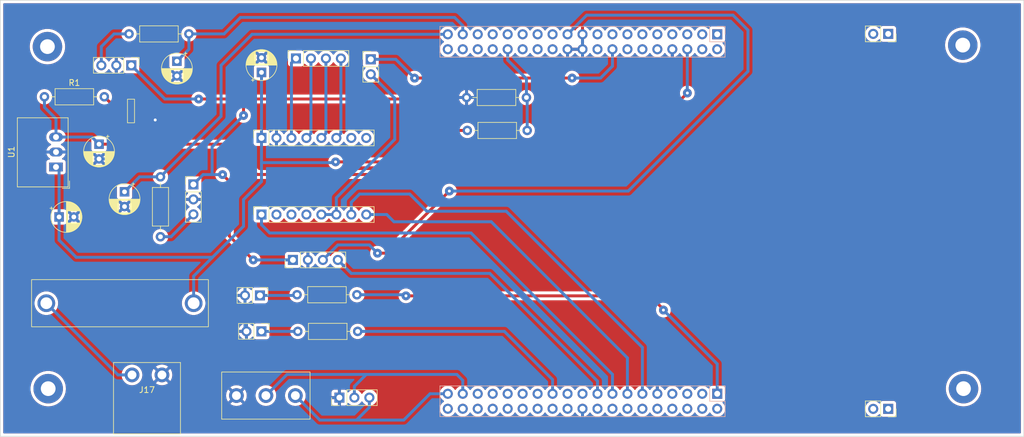
<source format=kicad_pcb>
(kicad_pcb (version 20211014) (generator pcbnew)
  (layers (0 "F.Cu" signal) (31 "B.Cu" signal) (34 "B.Paste" user) (35 "F.Paste" user) (36 "B.SilkS" user "B.Silkscreen") (37 "F.SilkS" user "F.Silkscreen") (38 "B.Mask" user) (39 "F.Mask" user) (44 "Edge.Cuts" user))
  (net 0 "")
  (net 1 "/Vbat")
  (net 2 "/Nucleo_Pinout/SWITCH_1")
  (net 3 "/Nucleo_Pinout/SWITCH_2")
  (net 9 "/E5V")
  (net 18 "/3V3")
  (net 21 "/SDA")
  (net 29 "Net-(D1-Pad2)")
  (net 36 "/Nucleo_Pinout/LED1")
  (net 45 "/STEP")
  (net 47 "/DIR")
  (net 49 "/#ENA")
  (net 51 "/SCL")
  (net 56 "/Nucleo_Pinout/LED2")
  (net 68 "/RX_IN")
  (net 70 "/TX_IN")
  (net 79 "/drv8825/#RST")
  (net 80 "/drv8825/B2")
  (net 81 "/drv8825/B1")
  (net 82 "/drv8825/A2")
  (net 83 "/drv8825/A1")
  (net 85 "Net-(J15-Pad3)")
  (net 86 "Net-(J16-Pad3)")
  (net 87 "/GND")
  (net 89 "/Vbat_in")
  (net 90 "Net-(J13-Pad1)")
  (net 91 "Net-(J14-Pad1)")
  (net 92 "/ADC_CHANNEL")
  (footprint "Resistor_THT:R_Axial_DIN0207_L6.3mm_D2.5mm_P10.16mm_Horizontal" (layer "F.Cu") (at 125.603 39.497 180)
    (fp_text reference "R5" hide)
    (fp_text value "1.5k" hide)
    (pad "1" thru_hole circle (at 0 0 180) (size 1.6 1.6) (drill 0.8) (layers *.Cu *.Mask) (net 92 "/ADC_CHANNEL"))
    (pad "2" thru_hole oval (at 10.16 0 180) (size 1.6 1.6) (drill 0.8) (layers *.Cu *.Mask) (net 87 "/GND"))
  )
  (footprint "Resistor_THT:R_Axial_DIN0207_L6.3mm_D2.5mm_P10.16mm_Horizontal" (layer "F.Cu") (at 115.57 45.085)
    (fp_text reference "R2" hide)
    (fp_text value "5.1k" hide)
    (pad "1" thru_hole circle (at 0 0) (size 1.6 1.6) (drill 0.8) (layers *.Cu *.Mask) (net 1 "/Vbat"))
    (pad "2" thru_hole oval (at 10.16 0) (size 1.6 1.6) (drill 0.8) (layers *.Cu *.Mask) (net 92 "/ADC_CHANNEL"))
  )
  (footprint "tfg_library:BAT_connector" (layer "F.Cu") (at 61.214 86.57)
    (fp_text reference "J17" (at 0 2.54 unlocked) (layer "F.SilkS"))
    (fp_text value "Conn_01x02" hide)
    (pad "1" thru_hole circle (at -2.54 0) (size 2.5 2.5) (drill 1.5) (layers *.Cu *.Mask) (net 89 "/Vbat_in"))
    (pad "2" thru_hole circle (at 2.54 0) (size 2.5 2.5) (drill 1.5) (layers *.Cu *.Mask) (net 87 "/GND"))
  )
  (footprint "Connector_PinSocket_2.54mm:PinSocket_1x08_P2.54mm_Vertical" (layer "F.Cu") (at 80.645 59.355 90)
    (fp_text reference "J8" hide)
    (fp_text value "Conn_01x08" hide)
    (pad "1" thru_hole rect (at 0 0 90) (size 1.7 1.7) (drill 1) (layers *.Cu *.Mask) (net 49 "/#ENA"))
    (pad "2" thru_hole oval (at 0 2.54 90) (size 1.7 1.7) (drill 1) (layers *.Cu *.Mask))
    (pad "3" thru_hole oval (at 0 5.08 90) (size 1.7 1.7) (drill 1) (layers *.Cu *.Mask))
    (pad "4" thru_hole oval (at 0 7.62 90) (size 1.7 1.7) (drill 1) (layers *.Cu *.Mask))
    (pad "5" thru_hole oval (at 0 10.16 90) (size 1.7 1.7) (drill 1) (layers *.Cu *.Mask) (net 79 "/drv8825/#RST"))
    (pad "6" thru_hole oval (at 0 12.7 90) (size 1.7 1.7) (drill 1) (layers *.Cu *.Mask) (net 79 "/drv8825/#RST"))
    (pad "7" thru_hole oval (at 0 15.24 90) (size 1.7 1.7) (drill 1) (layers *.Cu *.Mask) (net 45 "/STEP"))
    (pad "8" thru_hole oval (at 0 17.78 90) (size 1.7 1.7) (drill 1) (layers *.Cu *.Mask) (net 47 "/DIR"))
  )
  (footprint "Connector_PinSocket_2.54mm:PinSocket_1x04_P2.54mm_Vertical" (layer "F.Cu") (at 86.497 32.868 90)
    (fp_text reference "J10" hide)
    (fp_text value "Conn_01x04" hide)
    (pad "1" thru_hole rect (at 0 0 90) (size 1.7 1.7) (drill 1) (layers *.Cu *.Mask) (net 80 "/drv8825/B2"))
    (pad "2" thru_hole oval (at 0 2.54 90) (size 1.7 1.7) (drill 1) (layers *.Cu *.Mask) (net 81 "/drv8825/B1"))
    (pad "3" thru_hole oval (at 0 5.08 90) (size 1.7 1.7) (drill 1) (layers *.Cu *.Mask) (net 82 "/drv8825/A2"))
    (pad "4" thru_hole oval (at 0 7.62 90) (size 1.7 1.7) (drill 1) (layers *.Cu *.Mask) (net 83 "/drv8825/A1"))
  )
  (footprint "MountingHole:MountingHole_2.5mm_Pad" (layer "F.Cu") (at 44.45 88.9)
    (fp_text reference "H4" hide)
    (fp_text value "MountingHole" hide)
    (pad "2" thru_hole circle (at 0 0) (size 5 5) (drill 2.5) (layers *.Cu *.Mask))
  )
  (footprint "tfg_library:Uart_conn" (layer "F.Cu") (at 73.89 94.075)
    (fp_text reference "J19" hide)
    (fp_text value "Conn_01x03" hide)
    (pad "1" thru_hole circle (at 2.5 -4) (size 2.5 2.5) (drill 1.5) (layers *.Cu *.Mask) (net 87 "/GND"))
    (pad "2" thru_hole circle (at 7.5 -4) (size 2.5 2.5) (drill 1.5) (layers *.Cu *.Mask) (net 68 "/RX_IN"))
    (pad "3" thru_hole circle (at 12.5 -4) (size 2.5 2.5) (drill 1.5) (layers *.Cu *.Mask) (net 70 "/TX_IN"))
  )
  (footprint "Capacitor_THT:CP_Radial_D5.0mm_P2.50mm" (layer "F.Cu") (at 53.076 47.415887 -90)
    (fp_text reference "C5" hide)
    (fp_text value "10uF" hide)
    (pad "1" thru_hole rect (at 0 0 270) (size 1.6 1.6) (drill 0.8) (layers *.Cu *.Mask) (net 9 "/E5V"))
    (pad "2" thru_hole circle (at 2.5 0 270) (size 1.6 1.6) (drill 0.8) (layers *.Cu *.Mask) (net 87 "/GND"))
  )
  (footprint "Connector_PinHeader_2.54mm:PinHeader_1x02_P2.54mm_Vertical" (layer "F.Cu") (at 99.187 33.015)
    (fp_text reference "JP1" hide)
    (fp_text value "Jumper_2_Bridged" hide)
    (pad "1" thru_hole rect (at 0 0) (size 1.7 1.7) (drill 1) (layers *.Cu *.Mask) (net 18 "/3V3"))
    (pad "2" thru_hole oval (at 0 2.54) (size 1.7 1.7) (drill 1) (layers *.Cu *.Mask) (net 79 "/drv8825/#RST"))
  )
  (footprint "MountingHole:MountingHole_2.5mm_Pad" (layer "F.Cu") (at 199.771 88.9)
    (fp_text reference "H3" hide)
    (fp_text value "MountingHole" hide)
    (pad "4" thru_hole circle (at 0 0) (size 5 5) (drill 2.5) (layers *.Cu *.Mask))
  )
  (footprint "Connector_PinHeader_2.54mm:PinHeader_1x04_P2.54mm_Vertical" (layer "F.Cu") (at 85.979 67.056 90)
    (fp_text reference "J11" hide)
    (fp_text value "Conn_01x04" hide)
    (pad "1" thru_hole rect (at 0 0 90) (size 1.7 1.7) (drill 1) (layers *.Cu *.Mask) (net 18 "/3V3"))
    (pad "2" thru_hole oval (at 0 2.54 90) (size 1.7 1.7) (drill 1) (layers *.Cu *.Mask) (net 87 "/GND"))
    (pad "3" thru_hole oval (at 0 5.08 90) (size 1.7 1.7) (drill 1) (layers *.Cu *.Mask) (net 21 "/SDA"))
    (pad "4" thru_hole oval (at 0 7.62 90) (size 1.7 1.7) (drill 1) (layers *.Cu *.Mask) (net 51 "/SCL"))
  )
  (footprint "Capacitor_THT:CP_Radial_D5.0mm_P2.50mm" (layer "F.Cu") (at 80.645 35.241113 90)
    (fp_text reference "C1" hide)
    (fp_text value "100uF" hide)
    (pad "1" thru_hole rect (at 0 0 90) (size 1.6 1.6) (drill 0.8) (layers *.Cu *.Mask) (net 1 "/Vbat"))
    (pad "2" thru_hole circle (at 2.5 0 90) (size 1.6 1.6) (drill 0.8) (layers *.Cu *.Mask) (net 87 "/GND"))
  )
  (footprint "MountingHole:MountingHole_2.5mm_Pad" (layer "F.Cu") (at 44.323 30.861)
    (fp_text reference "H1" hide)
    (fp_text value "MountingHole" hide)
    (pad "1" thru_hole circle (at 0 0) (size 5 5) (drill 2.5) (layers *.Cu *.Mask))
  )
  (footprint "tfg_library:portafusible" (layer "F.Cu") (at 41.632 78.402)
    (fp_text reference "F1" hide)
    (fp_text value "Fuse" hide)
    (pad "1" thru_hole circle (at 2.5 -4) (size 3 3) (drill 2) (layers *.Cu *.Mask) (net 89 "/Vbat_in"))
    (pad "2" thru_hole circle (at 27.5 -4) (size 3 3) (drill 2) (layers *.Cu *.Mask) (net 1 "/Vbat"))
  )
  (footprint "Connector_PinHeader_2.54mm:PinHeader_1x03_P2.54mm_Vertical" (layer "F.Cu") (at 93.868 90.424 90)
    (fp_text reference "J18" hide)
    (fp_text value "Conn_01x03" hide)
    (pad "1" thru_hole rect (at 0 0 90) (size 1.7 1.7) (drill 1) (layers *.Cu *.Mask) (net 87 "/GND"))
    (pad "2" thru_hole oval (at 0 2.54 90) (size 1.7 1.7) (drill 1) (layers *.Cu *.Mask) (net 68 "/RX_IN"))
    (pad "3" thru_hole oval (at 0 5.08 90) (size 1.7 1.7) (drill 1) (layers *.Cu *.Mask) (net 70 "/TX_IN"))
  )
  (footprint "tfg_library:pwr_LED" (layer "F.Cu") (at 59.1009 43.7849 90)
    (fp_text reference "D1" hide)
    (fp_text value "LED" hide)
    (pad "1" smd rect (at 0.5 -0.6 90) (size 1 1.2) (layers "F.Cu" "F.Paste" "F.Mask") (net 87 "/GND"))
    (pad "2" smd rect (at 3.5 -0.6 90) (size 1 1.2) (layers "F.Cu" "F.Paste" "F.Mask") (net 29 "Net-(D1-Pad2)"))
  )
  (footprint "Connector_PinHeader_2.54mm:PinHeader_1x03_P2.54mm_Vertical" (layer "F.Cu") (at 69.088 54.244)
    (fp_text reference "J16" hide)
    (fp_text value "Conn_01x03" hide)
    (pad "1" thru_hole rect (at 0 0) (size 1.7 1.7) (drill 1) (layers *.Cu *.Mask) (net 18 "/3V3"))
    (pad "2" thru_hole oval (at 0 2.54) (size 1.7 1.7) (drill 1) (layers *.Cu *.Mask) (net 87 "/GND"))
    (pad "3" thru_hole oval (at 0 5.08) (size 1.7 1.7) (drill 1) (layers *.Cu *.Mask) (net 86 "Net-(J16-Pad3)"))
  )
  (footprint "Resistor_THT:R_Axial_DIN0207_L6.3mm_D2.5mm_P10.16mm_Horizontal" (layer "F.Cu") (at 43.815 39.37)
    (fp_text reference "R1" (at 5.08 -2.37) (layer "F.SilkS"))
    (fp_text value "220")
    (pad "1" thru_hole circle (at 0 0) (size 1.6 1.6) (drill 0.8) (layers *.Cu *.Mask) (net 9 "/E5V"))
    (pad "2" thru_hole oval (at 10.16 0) (size 1.6 1.6) (drill 0.8) (layers *.Cu *.Mask) (net 29 "Net-(D1-Pad2)"))
  )
  (footprint "Capacitor_THT:CP_Radial_D5.0mm_P2.50mm" (layer "F.Cu") (at 66.294 33.338888 -90)
    (fp_text reference "C2" hide)
    (fp_text value "1uF" hide)
    (pad "1" thru_hole rect (at 0 0 270) (size 1.6 1.6) (drill 0.8) (layers *.Cu *.Mask) (net 2 "/Nucleo_Pinout/SWITCH_1"))
    (pad "2" thru_hole circle (at 2.5 0 270) (size 1.6 1.6) (drill 0.8) (layers *.Cu *.Mask) (net 87 "/GND"))
  )
  (footprint "Resistor_THT:R_Axial_DIN0207_L6.3mm_D2.5mm_P10.16mm_Horizontal" (layer "F.Cu") (at 63.5 63.119 90)
    (fp_text reference "R9" hide)
    (fp_text value "220" hide)
    (pad "1" thru_hole circle (at 0 0 90) (size 1.6 1.6) (drill 0.8) (layers *.Cu *.Mask) (net 86 "Net-(J16-Pad3)"))
    (pad "2" thru_hole oval (at 10.16 0 90) (size 1.6 1.6) (drill 0.8) (layers *.Cu *.Mask) (net 3 "/Nucleo_Pinout/SWITCH_2"))
  )
  (footprint "Connector_PinSocket_2.54mm:PinSocket_1x08_P2.54mm_Vertical" (layer "F.Cu") (at 80.645 46.355 90)
    (fp_text reference "J9" hide)
    (fp_text value "Conn_01x08" hide)
    (pad "1" thru_hole rect (at 0 0 90) (size 1.7 1.7) (drill 1) (layers *.Cu *.Mask) (net 1 "/Vbat"))
    (pad "2" thru_hole oval (at 0 2.54 90) (size 1.7 1.7) (drill 1) (layers *.Cu *.Mask) (net 87 "/GND"))
    (pad "3" thru_hole oval (at 0 5.08 90) (size 1.7 1.7) (drill 1) (layers *.Cu *.Mask) (net 80 "/drv8825/B2"))
    (pad "4" thru_hole oval (at 0 7.62 90) (size 1.7 1.7) (drill 1) (layers *.Cu *.Mask) (net 81 "/drv8825/B1"))
    (pad "5" thru_hole oval (at 0 10.16 90) (size 1.7 1.7) (drill 1) (layers *.Cu *.Mask) (net 82 "/drv8825/A2"))
    (pad "6" thru_hole oval (at 0 12.7 90) (size 1.7 1.7) (drill 1) (layers *.Cu *.Mask) (net 83 "/drv8825/A1"))
    (pad "7" thru_hole oval (at 0 15.24 90) (size 1.7 1.7) (drill 1) (layers *.Cu *.Mask))
    (pad "8" thru_hole oval (at 0 17.78 90) (size 1.7 1.7) (drill 1) (layers *.Cu *.Mask))
  )
  (footprint "Connector_PinSocket_2.54mm:PinSocket_1x02_P2.54mm_Vertical" (layer "F.Cu") (at 186.988 28.702 -90)
    (fp_text reference "J4" hide)
    (fp_text value "Conn_01x02" hide)
    (pad "1" thru_hole rect (at 0 0 270) (size 1.7 1.7) (drill 1) (layers *.Cu *.Mask))
    (pad "2" thru_hole oval (at 0 2.54 270) (size 1.7 1.7) (drill 1) (layers *.Cu *.Mask))
  )
  (footprint "MountingHole:MountingHole_2.5mm_Pad" (layer "F.Cu") (at 199.644 30.607)
    (fp_text reference "H2" hide)
    (fp_text value "MountingHole" hide)
    (pad "3" thru_hole circle (at 0 0) (size 5 5) (drill 2.5) (layers *.Cu *.Mask))
  )
  (footprint "Resistor_THT:R_Axial_DIN0207_L6.3mm_D2.5mm_P10.16mm_Horizontal" (layer "F.Cu") (at 96.8375 72.9615 180)
    (fp_text reference "R3" hide)
    (fp_text value "220" hide)
    (pad "1" thru_hole circle (at 0 0 180) (size 1.6 1.6) (drill 0.8) (layers *.Cu *.Mask) (net 36 "/Nucleo_Pinout/LED1"))
    (pad "2" thru_hole oval (at 10.16 0 180) (size 1.6 1.6) (drill 0.8) (layers *.Cu *.Mask) (net 90 "Net-(J13-Pad1)"))
  )
  (footprint "Converter_DCDC:Converter_DCDC_RECOM_R-78E-0.5_THT" (layer "F.Cu") (at 45.774 51.288 90)
    (fp_text reference "U1" (at 2.54 -7.56 90) (layer "F.SilkS"))
    (fp_text value "R-78E5.0-0.5" hide)
    (pad "1" thru_hole rect (at 0 0 90) (size 1.5 2.3) (drill 1) (layers *.Cu *.Mask) (net 1 "/Vbat"))
    (pad "2" thru_hole oval (at 2.54 0 90) (size 1.5 2.3) (drill 1) (layers *.Cu *.Mask) (net 87 "/GND"))
    (pad "3" thru_hole oval (at 5.08 0 90) (size 1.5 2.3) (drill 1) (layers *.Cu *.Mask) (net 9 "/E5V"))
  )
  (footprint "Connector_PinSocket_2.54mm:PinSocket_1x02_P2.54mm_Vertical" (layer "F.Cu") (at 186.988 92.329 -90)
    (fp_text reference "J3" hide)
    (fp_text value "Conn_01x02" hide)
    (pad "1" thru_hole rect (at 0 0 270) (size 1.7 1.7) (drill 1) (layers *.Cu *.Mask))
    (pad "2" thru_hole oval (at 0 2.54 270) (size 1.7 1.7) (drill 1) (layers *.Cu *.Mask))
  )
  (footprint "Capacitor_THT:CP_Radial_D5.0mm_P2.50mm" (layer "F.Cu") (at 57.404 55.499 -90)
    (fp_text reference "C3" hide)
    (fp_text value "1uF" hide)
    (pad "1" thru_hole rect (at 0 0 270) (size 1.6 1.6) (drill 0.8) (layers *.Cu *.Mask) (net 3 "/Nucleo_Pinout/SWITCH_2"))
    (pad "2" thru_hole circle (at 2.5 0 270) (size 1.6 1.6) (drill 0.8) (layers *.Cu *.Mask) (net 87 "/GND"))
  )
  (footprint "Capacitor_THT:CP_Radial_D5.0mm_P2.50mm" (layer "F.Cu") (at 46.298388 59.763)
    (fp_text reference "C4" hide)
    (fp_text value "10uF" hide)
    (pad "1" thru_hole rect (at 0 0) (size 1.6 1.6) (drill 0.8) (layers *.Cu *.Mask) (net 1 "/Vbat"))
    (pad "2" thru_hole circle (at 2.5 0) (size 1.6 1.6) (drill 0.8) (layers *.Cu *.Mask) (net 87 "/GND"))
  )
  (footprint "Resistor_THT:R_Axial_DIN0207_L6.3mm_D2.5mm_P10.16mm_Horizontal" (layer "F.Cu") (at 96.9645 79.1845 180)
    (fp_text reference "R4" hide)
    (fp_text value "220" hide)
    (pad "1" thru_hole circle (at 0 0 180) (size 1.6 1.6) (drill 0.8) (layers *.Cu *.Mask) (net 56 "/Nucleo_Pinout/LED2"))
    (pad "2" thru_hole oval (at 10.16 0 180) (size 1.6 1.6) (drill 0.8) (layers *.Cu *.Mask) (net 91 "Net-(J14-Pad1)"))
  )
  (footprint "Resistor_THT:R_Axial_DIN0207_L6.3mm_D2.5mm_P10.16mm_Horizontal" (layer "F.Cu") (at 58.166 28.702)
    (fp_text reference "R8" hide)
    (fp_text value "220" hide)
    (pad "1" thru_hole circle (at 0 0) (size 1.6 1.6) (drill 0.8) (layers *.Cu *.Mask) (net 85 "Net-(J15-Pad3)"))
    (pad "2" thru_hole oval (at 10.16 0) (size 1.6 1.6) (drill 0.8) (layers *.Cu *.Mask) (net 2 "/Nucleo_Pinout/SWITCH_1"))
  )
  (footprint "Connector_PinHeader_2.54mm:PinHeader_1x03_P2.54mm_Vertical" (layer "F.Cu") (at 58.547 34.036 -90)
    (fp_text reference "J15" hide)
    (fp_text value "Conn_01x03" hide)
    (pad "1" thru_hole rect (at 0 0 270) (size 1.7 1.7) (drill 1) (layers *.Cu *.Mask) (net 18 "/3V3"))
    (pad "2" thru_hole oval (at 0 2.54 270) (size 1.7 1.7) (drill 1) (layers *.Cu *.Mask) (net 87 "/GND"))
    (pad "3" thru_hole oval (at 0 5.08 270) (size 1.7 1.7) (drill 1) (layers *.Cu *.Mask) (net 85 "Net-(J15-Pad3)"))
  )
  (footprint "Connector_PinHeader_2.54mm:PinHeader_1x02_P2.54mm_Vertical" (layer "F.Cu") (at 80.6335 79.1763 -90)
    (fp_text reference "J14" hide)
    (fp_text value "Conn_01x02" hide)
    (pad "1" thru_hole rect (at 0 0 270) (size 1.7 1.7) (drill 1) (layers *.Cu *.Mask) (net 91 "Net-(J14-Pad1)"))
    (pad "2" thru_hole oval (at 0 2.54 270) (size 1.7 1.7) (drill 1) (layers *.Cu *.Mask) (net 87 "/GND"))
  )
  (footprint "Connector_PinHeader_2.54mm:PinHeader_1x02_P2.54mm_Vertical" (layer "F.Cu") (at 80.3845 73.0803 -90)
    (fp_text reference "J13" hide)
    (fp_text value "Conn_01x02" hide)
    (pad "1" thru_hole rect (at 0 0 270) (size 1.7 1.7) (drill 1) (layers *.Cu *.Mask) (net 90 "Net-(J13-Pad1)"))
    (pad "2" thru_hole oval (at 0 2.54 270) (size 1.7 1.7) (drill 1) (layers *.Cu *.Mask) (net 87 "/GND"))
  )
  (footprint "Connector_PinSocket_2.54mm:PinSocket_2x19_P2.54mm_Vertical" (layer "B.Cu") (at 157.978 89.769 90)
    (fp_text reference "J2" hide)
    (fp_text value "Conn_02x19_Odd_Even" hide)
    (pad "1" thru_hole rect (at 0 0 90) (size 1.7 1.7) (drill 1) (layers *.Cu *.Mask) (net 36 "/Nucleo_Pinout/LED1"))
    (pad "2" thru_hole oval (at -2.54 0 90) (size 1.7 1.7) (drill 1) (layers *.Cu *.Mask))
    (pad "3" thru_hole oval (at 0 -2.54 90) (size 1.7 1.7) (drill 1) (layers *.Cu *.Mask))
    (pad "4" thru_hole oval (at -2.54 -2.54 90) (size 1.7 1.7) (drill 1) (layers *.Cu *.Mask))
    (pad "5" thru_hole oval (at 0 -5.08 90) (size 1.7 1.7) (drill 1) (layers *.Cu *.Mask))
    (pad "6" thru_hole oval (at -2.54 -5.08 90) (size 1.7 1.7) (drill 1) (layers *.Cu *.Mask))
    (pad "7" thru_hole oval (at 0 -7.62 90) (size 1.7 1.7) (drill 1) (layers *.Cu *.Mask))
    (pad "8" thru_hole oval (at -2.54 -7.62 90) (size 1.7 1.7) (drill 1) (layers *.Cu *.Mask))
    (pad "9" thru_hole oval (at 0 -10.16 90) (size 1.7 1.7) (drill 1) (layers *.Cu *.Mask) (net 87 "/GND"))
    (pad "10" thru_hole oval (at -2.54 -10.16 90) (size 1.7 1.7) (drill 1) (layers *.Cu *.Mask))
    (pad "11" thru_hole oval (at 0 -12.7 90) (size 1.7 1.7) (drill 1) (layers *.Cu *.Mask) (net 45 "/STEP"))
    (pad "12" thru_hole oval (at -2.54 -12.7 90) (size 1.7 1.7) (drill 1) (layers *.Cu *.Mask))
    (pad "13" thru_hole oval (at 0 -15.24 90) (size 1.7 1.7) (drill 1) (layers *.Cu *.Mask) (net 47 "/DIR"))
    (pad "14" thru_hole oval (at -2.54 -15.24 90) (size 1.7 1.7) (drill 1) (layers *.Cu *.Mask))
    (pad "15" thru_hole oval (at 0 -17.78 90) (size 1.7 1.7) (drill 1) (layers *.Cu *.Mask) (net 49 "/#ENA"))
    (pad "16" thru_hole oval (at -2.54 -17.78 90) (size 1.7 1.7) (drill 1) (layers *.Cu *.Mask))
    (pad "17" thru_hole oval (at 0 -20.32 90) (size 1.7 1.7) (drill 1) (layers *.Cu *.Mask) (net 51 "/SCL"))
    (pad "18" thru_hole oval (at -2.54 -20.32 90) (size 1.7 1.7) (drill 1) (layers *.Cu *.Mask))
    (pad "19" thru_hole oval (at 0 -22.86 90) (size 1.7 1.7) (drill 1) (layers *.Cu *.Mask))
    (pad "20" thru_hole oval (at -2.54 -22.86 90) (size 1.7 1.7) (drill 1) (layers *.Cu *.Mask) (net 87 "/GND"))
    (pad "21" thru_hole oval (at 0 -25.4 90) (size 1.7 1.7) (drill 1) (layers *.Cu *.Mask))
    (pad "22" thru_hole oval (at -2.54 -25.4 90) (size 1.7 1.7) (drill 1) (layers *.Cu *.Mask))
    (pad "23" thru_hole oval (at 0 -27.94 90) (size 1.7 1.7) (drill 1) (layers *.Cu *.Mask) (net 56 "/Nucleo_Pinout/LED2"))
    (pad "24" thru_hole oval (at -2.54 -27.94 90) (size 1.7 1.7) (drill 1) (layers *.Cu *.Mask))
    (pad "25" thru_hole oval (at 0 -30.48 90) (size 1.7 1.7) (drill 1) (layers *.Cu *.Mask))
    (pad "26" thru_hole oval (at -2.54 -30.48 90) (size 1.7 1.7) (drill 1) (layers *.Cu *.Mask))
    (pad "27" thru_hole oval (at 0 -33.02 90) (size 1.7 1.7) (drill 1) (layers *.Cu *.Mask))
    (pad "28" thru_hole oval (at -2.54 -33.02 90) (size 1.7 1.7) (drill 1) (layers *.Cu *.Mask))
    (pad "29" thru_hole oval (at 0 -35.56 90) (size 1.7 1.7) (drill 1) (layers *.Cu *.Mask))
    (pad "30" thru_hole oval (at -2.54 -35.56 90) (size 1.7 1.7) (drill 1) (layers *.Cu *.Mask))
    (pad "31" thru_hole oval (at 0 -38.1 90) (size 1.7 1.7) (drill 1) (layers *.Cu *.Mask))
    (pad "32" thru_hole oval (at -2.54 -38.1 90) (size 1.7 1.7) (drill 1) (layers *.Cu *.Mask))
    (pad "33" thru_hole oval (at 0 -40.64 90) (size 1.7 1.7) (drill 1) (layers *.Cu *.Mask))
    (pad "34" thru_hole oval (at -2.54 -40.64 90) (size 1.7 1.7) (drill 1) (layers *.Cu *.Mask))
    (pad "35" thru_hole oval (at 0 -43.18 90) (size 1.7 1.7) (drill 1) (layers *.Cu *.Mask) (net 68 "/RX_IN"))
    (pad "36" thru_hole oval (at -2.54 -43.18 90) (size 1.7 1.7) (drill 1) (layers *.Cu *.Mask))
    (pad "37" thru_hole oval (at 0 -45.72 90) (size 1.7 1.7) (drill 1) (layers *.Cu *.Mask) (net 70 "/TX_IN"))
    (pad "38" thru_hole oval (at -2.54 -45.72 90) (size 1.7 1.7) (drill 1) (layers *.Cu *.Mask))
  )
  (footprint "Connector_PinSocket_2.54mm:PinSocket_2x19_P2.54mm_Vertical" (layer "B.Cu") (at 157.978 28.769 90)
    (fp_text reference "J1" hide)
    (fp_text value "Conn_02x19_Odd_Even" hide)
    (pad "1" thru_hole rect (at 0 0 90) (size 1.7 1.7) (drill 1) (layers *.Cu *.Mask))
    (pad "2" thru_hole oval (at -2.54 0 90) (size 1.7 1.7) (drill 1) (layers *.Cu *.Mask))
    (pad "3" thru_hole oval (at 0 -2.54 90) (size 1.7 1.7) (drill 1) (layers *.Cu *.Mask))
    (pad "4" thru_hole oval (at -2.54 -2.54 90) (size 1.7 1.7) (drill 1) (layers *.Cu *.Mask))
    (pad "5" thru_hole oval (at 0 -5.08 90) (size 1.7 1.7) (drill 1) (layers *.Cu *.Mask))
    (pad "6" thru_hole oval (at -2.54 -5.08 90) (size 1.7 1.7) (drill 1) (layers *.Cu *.Mask) (net 9 "/E5V"))
    (pad "7" thru_hole oval (at 0 -7.62 90) (size 1.7 1.7) (drill 1) (layers *.Cu *.Mask))
    (pad "8" thru_hole oval (at -2.54 -7.62 90) (size 1.7 1.7) (drill 1) (layers *.Cu *.Mask) (net 87 "/GND"))
    (pad "9" thru_hole oval (at 0 -10.16 90) (size 1.7 1.7) (drill 1) (layers *.Cu *.Mask))
    (pad "10" thru_hole oval (at -2.54 -10.16 90) (size 1.7 1.7) (drill 1) (layers *.Cu *.Mask))
    (pad "11" thru_hole oval (at 0 -12.7 90) (size 1.7 1.7) (drill 1) (layers *.Cu *.Mask))
    (pad "12" thru_hole oval (at -2.54 -12.7 90) (size 1.7 1.7) (drill 1) (layers *.Cu *.Mask))
    (pad "13" thru_hole oval (at 0 -15.24 90) (size 1.7 1.7) (drill 1) (layers *.Cu *.Mask))
    (pad "14" thru_hole oval (at -2.54 -15.24 90) (size 1.7 1.7) (drill 1) (layers *.Cu *.Mask))
    (pad "15" thru_hole oval (at 0 -17.78 90) (size 1.7 1.7) (drill 1) (layers *.Cu *.Mask))
    (pad "16" thru_hole oval (at -2.54 -17.78 90) (size 1.7 1.7) (drill 1) (layers *.Cu *.Mask) (net 18 "/3V3"))
    (pad "17" thru_hole oval (at 0 -20.32 90) (size 1.7 1.7) (drill 1) (layers *.Cu *.Mask))
    (pad "18" thru_hole oval (at -2.54 -20.32 90) (size 1.7 1.7) (drill 1) (layers *.Cu *.Mask))
    (pad "19" thru_hole oval (at 0 -22.86 90) (size 1.7 1.7) (drill 1) (layers *.Cu *.Mask) (net 87 "/GND"))
    (pad "20" thru_hole oval (at -2.54 -22.86 90) (size 1.7 1.7) (drill 1) (layers *.Cu *.Mask) (net 87 "/GND"))
    (pad "21" thru_hole oval (at 0 -25.4 90) (size 1.7 1.7) (drill 1) (layers *.Cu *.Mask) (net 21 "/SDA"))
    (pad "22" thru_hole oval (at -2.54 -25.4 90) (size 1.7 1.7) (drill 1) (layers *.Cu *.Mask) (net 87 "/GND"))
    (pad "23" thru_hole oval (at 0 -27.94 90) (size 1.7 1.7) (drill 1) (layers *.Cu *.Mask))
    (pad "24" thru_hole oval (at -2.54 -27.94 90) (size 1.7 1.7) (drill 1) (layers *.Cu *.Mask))
    (pad "25" thru_hole oval (at 0 -30.48 90) (size 1.7 1.7) (drill 1) (layers *.Cu *.Mask))
    (pad "26" thru_hole oval (at -2.54 -30.48 90) (size 1.7 1.7) (drill 1) (layers *.Cu *.Mask))
    (pad "27" thru_hole oval (at 0 -33.02 90) (size 1.7 1.7) (drill 1) (layers *.Cu *.Mask))
    (pad "28" thru_hole oval (at -2.54 -33.02 90) (size 1.7 1.7) (drill 1) (layers *.Cu *.Mask))
    (pad "29" thru_hole oval (at 0 -35.56 90) (size 1.7 1.7) (drill 1) (layers *.Cu *.Mask))
    (pad "30" thru_hole oval (at -2.54 -35.56 90) (size 1.7 1.7) (drill 1) (layers *.Cu *.Mask) (net 92 "/ADC_CHANNEL"))
    (pad "31" thru_hole oval (at 0 -38.1 90) (size 1.7 1.7) (drill 1) (layers *.Cu *.Mask))
    (pad "32" thru_hole oval (at -2.54 -38.1 90) (size 1.7 1.7) (drill 1) (layers *.Cu *.Mask))
    (pad "33" thru_hole oval (at 0 -40.64 90) (size 1.7 1.7) (drill 1) (layers *.Cu *.Mask))
    (pad "34" thru_hole oval (at -2.54 -40.64 90) (size 1.7 1.7) (drill 1) (layers *.Cu *.Mask))
    (pad "35" thru_hole oval (at 0 -43.18 90) (size 1.7 1.7) (drill 1) (layers *.Cu *.Mask) (net 2 "/Nucleo_Pinout/SWITCH_1"))
    (pad "36" thru_hole oval (at -2.54 -43.18 90) (size 1.7 1.7) (drill 1) (layers *.Cu *.Mask))
    (pad "37" thru_hole oval (at 0 -45.72 90) (size 1.7 1.7) (drill 1) (layers *.Cu *.Mask) (net 3 "/Nucleo_Pinout/SWITCH_2"))
    (pad "38" thru_hole oval (at -2.54 -45.72 90) (size 1.7 1.7) (drill 1) (layers *.Cu *.Mask))
  )
  (gr_line (start 36.322 97) (end 36.322 23) (layer "Edge.Cuts") (width 0.1))
  (gr_line (start 210 97) (end 36.322 97) (layer "Edge.Cuts") (width 0.1))
  (gr_line (start 36.322 23) (end 210 23) (layer "Edge.Cuts") (width 0.1))
  (gr_line (start 210 23) (end 210 97) (layer "Edge.Cuts") (width 0.1))
  (segment (start 104.775 50.419) (end 110.109 45.085) (width 0.5) (layer "F.Cu") (net 1))
  (segment (start 93.218 50.419) (end 104.775 50.419) (width 0.5) (layer "F.Cu") (net 1))
  (segment (start 110.109 45.085) (end 115.57 45.085) (width 0.5) (layer "F.Cu") (net 1))
  (via (at 93.218 50.419) (size 1.5) (drill 0.5) (layers "F.Cu" "B.Cu") (net 1))
  (segment (start 69.132 69.806) (end 72.263 66.675) (width 0.5) (layer "B.Cu") (net 1))
  (segment (start 72.263 66.675) (end 77.597 61.341) (width 0.5) (layer "B.Cu") (net 1))
  (segment (start 46.298388 51.812388) (end 45.774 51.288) (width 0.5) (layer "B.Cu") (net 1))
  (segment (start 69.132 74.402) (end 69.132 69.806) (width 0.5) (layer "B.Cu") (net 1))
  (segment (start 46.298388 59.763) (end 46.298388 51.812388) (width 0.5) (layer "B.Cu") (net 1))
  (segment (start 80.645 50.546) (end 80.645 46.355) (width 0.5) (layer "B.Cu") (net 1))
  (segment (start 77.597 56.815) (end 80.645 53.767) (width 0.5) (layer "B.Cu") (net 1))
  (segment (start 80.645 53.767) (end 80.645 50.546) (width 0.5) (layer "B.Cu") (net 1))
  (segment (start 80.645 35.241113) (end 80.645 46.355) (width 0.5) (layer "B.Cu") (net 1))
  (segment (start 72.1995 66.6115) (end 72.263 66.675) (width 0.5) (layer "B.Cu") (net 1))
  (segment (start 49.2125 66.6115) (end 72.1995 66.6115) (width 0.5) (layer "B.Cu") (net 1))
  (segment (start 46.298388 59.763) (end 46.298388 63.697388) (width 0.5) (layer "B.Cu") (net 1))
  (segment (start 46.298388 63.697388) (end 49.2125 66.6115) (width 0.5) (layer "B.Cu") (net 1))
  (segment (start 80.645 50.546) (end 93.345 50.546) (width 0.5) (layer "B.Cu") (net 1))
  (segment (start 77.597 61.341) (end 77.597 56.815) (width 0.5) (layer "B.Cu") (net 1))
  (segment (start 68.326 28.702) (end 68.326 31.306888) (width 0.5) (layer "B.Cu") (net 2))
  (segment (start 114.798 27.295) (end 114.798 28.769) (width 0.5) (layer "B.Cu") (net 2))
  (segment (start 68.326 28.702) (end 74.295 28.702) (width 0.5) (layer "B.Cu") (net 2))
  (segment (start 68.326 31.306888) (end 66.294 33.338888) (width 0.5) (layer "B.Cu") (net 2))
  (segment (start 74.295 28.702) (end 77.089 25.908) (width 0.5) (layer "B.Cu") (net 2))
  (segment (start 113.411 25.908) (end 114.798 27.295) (width 0.5) (layer "B.Cu") (net 2))
  (segment (start 77.089 25.908) (end 113.411 25.908) (width 0.5) (layer "B.Cu") (net 2))
  (segment (start 73.787 34.036) (end 73.787 42.672) (width 0.5) (layer "B.Cu") (net 3))
  (segment (start 73.787 42.672) (end 63.5 52.959) (width 0.5) (layer "B.Cu") (net 3))
  (segment (start 112.258 28.769) (end 79.054 28.769) (width 0.5) (layer "B.Cu") (net 3))
  (segment (start 63.5 52.959) (end 59.944 52.959) (width 0.5) (layer "B.Cu") (net 3))
  (segment (start 79.054 28.769) (end 73.787 34.036) (width 0.5) (layer "B.Cu") (net 3))
  (segment (start 59.944 52.959) (end 57.404 55.499) (width 0.5) (layer "B.Cu") (net 3))
  (segment (start 139.085 52.558) (end 152.908 38.735) (width 0.5) (layer "F.Cu") (net 9))
  (segment (start 79.873 52.558) (end 139.085 52.558) (width 0.5) (layer "F.Cu") (net 9))
  (segment (start 74.730887 47.415887) (end 53.076 47.415887) (width 0.5) (layer "F.Cu") (net 9))
  (segment (start 79.873 52.558) (end 74.730887 47.415887) (width 0.5) (layer "F.Cu") (net 9))
  (via (at 152.908 38.735) (size 1.5) (drill 0.5) (layers "F.Cu" "B.Cu") (net 9))
  (segment (start 51.979057 46.318943) (end 53.076 47.415887) (width 0.5) (layer "B.Cu") (net 9))
  (segment (start 51.868113 46.208) (end 51.979057 46.318943) (width 0.5) (layer "B.Cu") (net 9))
  (segment (start 45.774 46.208) (end 51.868114 46.208) (width 0.5) (layer "B.Cu") (net 9))
  (segment (start 152.898 38.725) (end 152.908 38.735) (width 0.5) (layer "B.Cu") (net 9))
  (segment (start 45.774 46.208) (end 45.774 43.107) (width 0.5) (layer "B.Cu") (net 9))
  (segment (start 43.815 41.148) (end 43.815 39.37) (width 0.5) (layer "B.Cu") (net 9))
  (segment (start 45.774 43.107) (end 43.815 41.148) (width 0.5) (layer "B.Cu") (net 9))
  (segment (start 51.868114 46.208) (end 51.979057 46.318943) (width 0.5) (layer "B.Cu") (net 9))
  (segment (start 152.898 31.309) (end 152.898 38.725) (width 0.5) (layer "B.Cu") (net 9))
  (segment (start 75.184 53.721) (end 75.184 62.992) (width 0.5) (layer "F.Cu") (net 18))
  (segment (start 106.6318 36.195) (end 106.62 36.2068) (width 0.5) (layer "F.Cu") (net 18))
  (segment (start 110.871 36.195) (end 106.6318 36.195) (width 0.5) (layer "F.Cu") (net 18))
  (segment (start 75.184 62.992) (end 79.248 67.056) (width 0.5) (layer "F.Cu") (net 18))
  (segment (start 77.597 42.545) (end 77.597 39.751) (width 0.5) (layer "F.Cu") (net 18))
  (segment (start 69.977 39.751) (end 77.597 39.751) (width 0.5) (layer "F.Cu") (net 18))
  (segment (start 111.252 36.195) (end 110.871 36.195) (width 0.5) (layer "F.Cu") (net 18))
  (segment (start 77.597 39.751) (end 107.696 39.751) (width 0.5) (layer "F.Cu") (net 18))
  (segment (start 74.041 52.578) (end 75.184 53.721) (width 0.5) (layer "F.Cu") (net 18))
  (segment (start 107.696 39.751) (end 111.252 36.195) (width 0.5) (layer "F.Cu") (net 18))
  (segment (start 133.35 36.195) (end 111.252 36.195) (width 0.5) (layer "F.Cu") (net 18))
  (via (at 69.977 39.751) (size 1.5) (drill 0.5) (layers "F.Cu" "B.Cu") (net 18))
  (via (at 79.248 67.056) (size 1.5) (drill 0.5) (layers "F.Cu" "B.Cu") (net 18))
  (via (at 77.597 42.545) (size 1.5) (drill 0.5) (layers "F.Cu" "B.Cu") (net 18))
  (via (at 106.62 36.2068) (size 1.5) (drill 0.5) (layers "F.Cu" "B.Cu") (net 18))
  (via (at 74.041 52.578) (size 1.5) (drill 0.5) (layers "F.Cu" "B.Cu") (net 18))
  (via (at 133.35 36.195) (size 1.5) (drill 0.5) (layers "F.Cu" "B.Cu") (net 18))
  (segment (start 72.263 47.879) (end 77.216 42.926) (width 0.5) (layer "B.Cu") (net 18))
  (segment (start 72.263 52.578) (end 72.263 47.879) (width 0.5) (layer "B.Cu") (net 18))
  (segment (start 74.041 52.578) (end 72.263 52.578) (width 0.5) (layer "B.Cu") (net 18))
  (segment (start 140.198 31.309) (end 140.198 34.173) (width 0.5) (layer "B.Cu") (net 18))
  (segment (start 140.198 34.173) (end 138.176 36.195) (width 0.5) (layer "B.Cu") (net 18))
  (segment (start 138.176 36.195) (end 133.35 36.195) (width 0.5) (layer "B.Cu") (net 18))
  (segment (start 72.263 52.578) (end 70.739 52.578) (width 0.5) (layer "B.Cu") (net 18))
  (segment (start 70.739 52.578) (end 69.088 54.229) (width 0.5) (layer "B.Cu") (net 18))
  (segment (start 69.977 39.751) (end 64.262 39.751) (width 0.5) (layer "B.Cu") (net 18))
  (segment (start 99.187 33.015) (end 103.4282 33.015) (width 0.5) (layer "B.Cu") (net 18))
  (segment (start 64.262 39.751) (end 58.547 34.036) (width 0.5) (layer "B.Cu") (net 18))
  (segment (start 103.4282 33.015) (end 107.001 36.5878) (width 0.5) (layer "B.Cu") (net 18))
  (segment (start 69.088 54.229) (end 69.088 54.244) (width 0.5) (layer "B.Cu") (net 18))
  (segment (start 79.248 67.056) (end 85.979 67.056) (width 0.5) (layer "B.Cu") (net 18))
  (segment (start 101.981 65.913) (end 112.522 55.372) (width 0.5) (layer "F.Cu") (net 21))
  (segment (start 100.33 65.913) (end 101.981 65.913) (width 0.5) (layer "F.Cu") (net 21))
  (via (at 112.522 55.372) (size 1.5) (drill 0.5) (layers "F.Cu" "B.Cu") (net 21))
  (via (at 100.33 65.913) (size 1.5) (drill 0.5) (layers "F.Cu" "B.Cu") (net 21))
  (segment (start 98.933 64.516) (end 93.599 64.516) (width 0.5) (layer "B.Cu") (net 21))
  (segment (start 160.655 25.527) (end 135.82 25.527) (width 0.5) (layer "B.Cu") (net 21))
  (segment (start 163.195 28.067) (end 160.655 25.527) (width 0.5) (layer "B.Cu") (net 21))
  (segment (start 142.875 55.372) (end 163.195 35.052) (width 0.5) (layer "B.Cu") (net 21))
  (segment (start 93.599 64.516) (end 91.059 67.056) (width 0.5) (layer "B.Cu") (net 21))
  (segment (start 163.195 35.052) (end 163.195 28.067) (width 0.5) (layer "B.Cu") (net 21))
  (segment (start 135.82 25.527) (end 132.578 28.769) (width 0.5) (layer "B.Cu") (net 21))
  (segment (start 112.522 55.372) (end 142.875 55.372) (width 0.5) (layer "B.Cu") (net 21))
  (segment (start 100.33 65.913) (end 98.933 64.516) (width 0.5) (layer "B.Cu") (net 21))
  (segment (start 58.5009 40.2849) (end 54.8899 40.2849) (width 0.5) (layer "F.Cu") (net 29))
  (segment (start 54.8899 40.2849) (end 53.975 39.37) (width 0.5) (layer "F.Cu") (net 29))
  (segment (start 146.558 73.152) (end 149.225 75.819) (width 0.5) (layer "F.Cu") (net 36))
  (segment (start 105.156 73.152) (end 146.558 73.152) (width 0.5) (layer "F.Cu") (net 36))
  (via (at 148.844 75.565) (size 1.5) (drill 0.5) (layers "F.Cu" "B.Cu") (net 36))
  (via (at 105.156 73.152) (size 1.5) (drill 0.5) (layers "F.Cu" "B.Cu") (net 36))
  (segment (start 157.978 84.699) (end 148.844 75.565) (width 0.5) (layer "B.Cu") (net 36))
  (segment (start 157.978 89.769) (end 157.978 84.699) (width 0.5) (layer "B.Cu") (net 36))
  (segment (start 96.8375 72.9615) (end 104.9655 72.9615) (width 0.5) (layer "B.Cu") (net 36))
  (segment (start 104.9655 72.9615) (end 105.029 73.025) (width 0.5) (layer "B.Cu") (net 36))
  (segment (start 108.712 58.801) (end 122.174 58.801) (width 0.5) (layer "B.Cu") (net 45))
  (segment (start 95.885 59.355) (end 95.885 57.277) (width 0.5) (layer "B.Cu") (net 45))
  (segment (start 95.885 57.277) (end 97.282 55.88) (width 0.5) (layer "B.Cu") (net 45))
  (segment (start 97.282 55.88) (end 105.791 55.88) (width 0.5) (layer "B.Cu") (net 45))
  (segment (start 105.791 55.88) (end 108.712 58.801) (width 0.5) (layer "B.Cu") (net 45))
  (segment (start 145.278 81.905) (end 145.278 89.769) (width 0.5) (layer "B.Cu") (net 45))
  (segment (start 122.174 58.801) (end 145.278 81.905) (width 0.5) (layer "B.Cu") (net 45))
  (segment (start 98.425 59.355) (end 101.9 59.355) (width 0.5) (layer "B.Cu") (net 47))
  (segment (start 103.124 60.579) (end 119.634 60.579) (width 0.5) (layer "B.Cu") (net 47))
  (segment (start 142.738 83.683) (end 142.738 89.769) (width 0.5) (layer "B.Cu") (net 47))
  (segment (start 101.9 59.355) (end 103.124 60.579) (width 0.5) (layer "B.Cu") (net 47))
  (segment (start 119.634 60.579) (end 142.738 83.683) (width 0.5) (layer "B.Cu") (net 47))
  (segment (start 140.198 86.477) (end 140.198 89.769) (width 0.5) (layer "B.Cu") (net 49))
  (segment (start 116.205 62.484) (end 120.523 66.802) (width 0.5) (layer "B.Cu") (net 49))
  (segment (start 80.645 59.355) (end 80.645 61.087) (width 0.5) (layer "B.Cu") (net 49))
  (segment (start 80.645 61.087) (end 82.042 62.484) (width 0.5) (layer "B.Cu") (net 49))
  (segment (start 82.042 62.484) (end 116.205 62.484) (width 0.5) (layer "B.Cu") (net 49))
  (segment (start 120.269 66.548) (end 140.198 86.477) (width 0.5) (layer "B.Cu") (net 49))
  (segment (start 137.658 87.62) (end 137.658 89.769) (width 0.5) (layer "B.Cu") (net 51))
  (segment (start 93.599 67.056) (end 95.885 69.342) (width 0.5) (layer "B.Cu") (net 51))
  (segment (start 119.38 69.342) (end 137.658 87.62) (width 0.5) (layer "B.Cu") (net 51))
  (segment (start 95.885 69.342) (end 119.38 69.342) (width 0.5) (layer "B.Cu") (net 51))
  (segment (start 130.038 87.366) (end 130.038 89.769) (width 0.5) (layer "B.Cu") (net 56))
  (segment (start 121.8565 79.1845) (end 130.038 87.366) (width 0.5) (layer "B.Cu") (net 56))
  (segment (start 96.9645 79.1845) (end 121.8565 79.1845) (width 0.5) (layer "B.Cu") (net 56))
  (segment (start 98.425 86.487) (end 84.978 86.487) (width 0.5) (layer "B.Cu") (net 68))
  (segment (start 96.408 88.504) (end 96.408 90.424) (width 0.5) (layer "B.Cu") (net 68))
  (segment (start 84.978 86.487) (end 81.39 90.075) (width 0.5) (layer "B.Cu") (net 68))
  (segment (start 114.798 87.493) (end 113.792 86.487) (width 0.5) (layer "B.Cu") (net 68))
  (segment (start 114.798 89.769) (end 114.798 87.493) (width 0.5) (layer "B.Cu") (net 68))
  (segment (start 98.425 86.487) (end 96.408 88.504) (width 0.5) (layer "B.Cu") (net 68))
  (segment (start 113.792 86.487) (end 98.425 86.487) (width 0.5) (layer "B.Cu") (net 68))
  (segment (start 96.774 94.234) (end 98.948 92.06) (width 0.5) (layer "B.Cu") (net 70))
  (segment (start 104.775 94.234) (end 109.24 89.769) (width 0.5) (layer "B.Cu") (net 70))
  (segment (start 90.549 94.234) (end 96.774 94.234) (width 0.5) (layer "B.Cu") (net 70))
  (segment (start 96.774 94.234) (end 104.775 94.234) (width 0.5) (layer "B.Cu") (net 70))
  (segment (start 98.948 92.06) (end 98.948 90.424) (width 0.5) (layer "B.Cu") (net 70))
  (segment (start 109.24 89.769) (end 112.258 89.769) (width 0.5) (layer "B.Cu") (net 70))
  (segment (start 86.39 90.075) (end 90.549 94.234) (width 0.5) (layer "B.Cu") (net 70))
  (segment (start 93.345 56.515) (end 103.251 46.609) (width 0.5) (layer "B.Cu") (net 79))
  (segment (start 103.251 46.609) (end 103.251 39.619) (width 0.5) (layer "B.Cu") (net 79))
  (segment (start 103.251 39.619) (end 99.187 35.555) (width 0.5) (layer "B.Cu") (net 79))
  (segment (start 93.345 59.355) (end 90.805 59.355) (width 0.5) (layer "B.Cu") (net 79))
  (segment (start 93.345 59.355) (end 93.345 56.515) (width 0.5) (layer "B.Cu") (net 79))
  (segment (start 85.725 33.64) (end 86.497 32.868) (width 0.5) (layer "B.Cu") (net 80))
  (segment (start 85.725 46.355) (end 85.725 33.64) (width 0.5) (layer "B.Cu") (net 80))
  (segment (start 89.037 45.583) (end 88.265 46.355) (width 0.5) (layer "B.Cu") (net 81))
  (segment (start 89.037 32.868) (end 89.037 45.583) (width 0.5) (layer "B.Cu") (net 81))
  (segment (start 91.577 32.868) (end 91.577 45.583) (width 0.5) (layer "B.Cu") (net 82))
  (segment (start 91.577 45.583) (end 90.805 46.355) (width 0.5) (layer "B.Cu") (net 82))
  (segment (start 94.117 45.583) (end 93.345 46.355) (width 0.5) (layer "B.Cu") (net 83))
  (segment (start 94.117 32.868) (end 94.117 45.583) (width 0.5) (layer "B.Cu") (net 83))
  (segment (start 58.166 28.702) (end 55.626 28.702) (width 0.5) (layer "B.Cu") (net 85))
  (segment (start 55.626 28.702) (end 53.467 30.861) (width 0.5) (layer "B.Cu") (net 85))
  (segment (start 53.467 30.861) (end 53.467 34.036) (width 0.5) (layer "B.Cu") (net 85))
  (segment (start 69.088 59.324) (end 65.293 63.119) (width 0.5) (layer "B.Cu") (net 86))
  (segment (start 65.293 63.119) (end 63.5 63.119) (width 0.5) (layer "B.Cu") (net 86))
  (segment (start 62.5889 43.2849) (end 58.5009 43.2849) (width 0.5) (layer "F.Cu") (net 87))
  (segment (start 62.611 43.307) (end 62.5889 43.2849) (width 0.5) (layer "F.Cu") (net 87))
  (via (at 62.611 43.307) (size 1.5) (drill 0.5) (layers "F.Cu" "B.Cu") (net 87))
  (segment (start 58.161113 49.915887) (end 62.611 45.466) (width 0.5) (layer "B.Cu") (net 87))
  (segment (start 62.611 45.466) (end 62.611 43.307) (width 0.5) (layer "B.Cu") (net 87))
  (segment (start 62.611 43.307) (end 63.119 43.307) (width 0.5) (layer "B.Cu") (net 87))
  (segment (start 77.8445 73.0803) (end 77.8445 78.9273) (width 0.5) (layer "B.Cu") (net 87))
  (segment (start 53.076 49.915887) (end 58.161113 49.915887) (width 0.5) (layer "B.Cu") (net 87))
  (segment (start 77.8445 78.9273) (end 78.0935 79.1763) (width 0.5) (layer "B.Cu") (net 87))
  (segment (start 56.3 86.57) (end 44.132 74.402) (width 0.5) (layer "B.Cu") (net 89))
  (segment (start 58.674 86.57) (end 56.3 86.57) (width 0.5) (layer "B.Cu") (net 89))
  (segment (start 86.5587 73.0803) (end 86.6775 72.9615) (width 0.5) (layer "B.Cu") (net 90))
  (segment (start 80.3845 73.0803) (end 86.5587 73.0803) (width 0.5) (layer "B.Cu") (net 90))
  (segment (start 86.8045 79.1845) (end 80.6417 79.1845) (width 0.5) (layer "B.Cu") (net 91))
  (segment (start 80.6417 79.1845) (end 80.6335 79.1763) (width 0.5) (layer "B.Cu") (net 91))
  (segment (start 125.603 36.322) (end 122.418 33.137) (width 0.5) (layer "B.Cu") (net 92))
  (segment (start 125.73 45.085) (end 125.73 39.624) (width 0.5) (layer "B.Cu") (net 92))
  (segment (start 122.418 31.309) (end 122.418 33.137) (width 0.5) (layer "B.Cu") (net 92))
  (segment (start 125.603 39.497) (end 125.603 36.322) (width 0.5) (layer "B.Cu") (net 92))
  (segment (start 125.73 39.624) (end 125.603 39.497) (width 0.5) (layer "B.Cu") (net 92))
  (zone (net 87) (net_name "/GND") (layer "F.Cu") (connect_pads (clearance 0.508)) (min_thickness 0.254) (fill yes (thermal_gap 0.508) (thermal_bridge_width 0.508))
    (polygon (pts (xy 210.058 96.774) (xy 36.322 96.774) (xy 36.322 22.987) (xy 210.058 22.987)))
  )
  (zone (net 87) (net_name "/GND") (layer "B.Cu") (connect_pads (clearance 0.508)) (min_thickness 0.254) (fill yes (thermal_gap 0.508) (thermal_bridge_width 0.508))
    (polygon (pts (xy 209.931 97.155) (xy 36.322 97.155) (xy 36.322 23.241) (xy 209.931 23.241)))
  )
)
</source>
